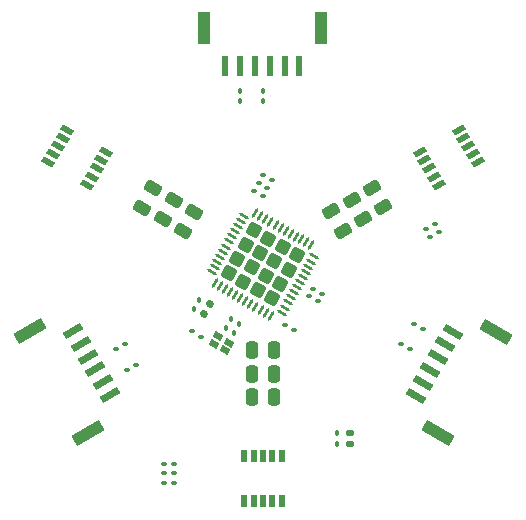
<source format=gbr>
%TF.GenerationSoftware,KiCad,Pcbnew,9.0.6-rc1*%
%TF.CreationDate,2025-10-31T17:35:14+01:00*%
%TF.ProjectId,PCB_BRUSHED,5043425f-4252-4555-9348-45442e6b6963,rev?*%
%TF.SameCoordinates,Original*%
%TF.FileFunction,Paste,Top*%
%TF.FilePolarity,Positive*%
%FSLAX46Y46*%
G04 Gerber Fmt 4.6, Leading zero omitted, Abs format (unit mm)*
G04 Created by KiCad (PCBNEW 9.0.6-rc1) date 2025-10-31 17:35:14*
%MOMM*%
%LPD*%
G01*
G04 APERTURE LIST*
G04 Aperture macros list*
%AMRoundRect*
0 Rectangle with rounded corners*
0 $1 Rounding radius*
0 $2 $3 $4 $5 $6 $7 $8 $9 X,Y pos of 4 corners*
0 Add a 4 corners polygon primitive as box body*
4,1,4,$2,$3,$4,$5,$6,$7,$8,$9,$2,$3,0*
0 Add four circle primitives for the rounded corners*
1,1,$1+$1,$2,$3*
1,1,$1+$1,$4,$5*
1,1,$1+$1,$6,$7*
1,1,$1+$1,$8,$9*
0 Add four rect primitives between the rounded corners*
20,1,$1+$1,$2,$3,$4,$5,0*
20,1,$1+$1,$4,$5,$6,$7,0*
20,1,$1+$1,$6,$7,$8,$9,0*
20,1,$1+$1,$8,$9,$2,$3,0*%
%AMRotRect*
0 Rectangle, with rotation*
0 The origin of the aperture is its center*
0 $1 length*
0 $2 width*
0 $3 Rotation angle, in degrees counterclockwise*
0 Add horizontal line*
21,1,$1,$2,0,0,$3*%
G04 Aperture macros list end*
%ADD10RoundRect,0.090000X-0.165378X-0.008442X0.075378X-0.147442X0.165378X0.008442X-0.075378X0.147442X0*%
%ADD11RoundRect,0.090000X-0.139000X-0.090000X0.139000X-0.090000X0.139000X0.090000X-0.139000X0.090000X0*%
%ADD12RoundRect,0.090000X-0.008442X0.165378X-0.147442X-0.075378X0.008442X-0.165378X0.147442X0.075378X0*%
%ADD13RoundRect,0.250000X0.286362X-0.454006X0.536362X-0.020994X-0.286362X0.454006X-0.536362X0.020994X0*%
%ADD14RoundRect,0.250000X-0.536362X-0.020994X-0.286362X-0.454006X0.536362X0.020994X0.286362X0.454006X0*%
%ADD15RoundRect,0.090000X0.139000X0.090000X-0.139000X0.090000X-0.139000X-0.090000X0.139000X-0.090000X0*%
%ADD16RoundRect,0.090000X-0.075378X-0.147442X0.165378X-0.008442X0.075378X0.147442X-0.165378X0.008442X0*%
%ADD17RotRect,0.500000X1.100000X300.000000*%
%ADD18RotRect,0.600000X1.700000X300.000000*%
%ADD19RotRect,1.000000X2.700000X300.000000*%
%ADD20RoundRect,0.250000X0.250000X0.475000X-0.250000X0.475000X-0.250000X-0.475000X0.250000X-0.475000X0*%
%ADD21RoundRect,0.090000X0.165378X0.008442X-0.075378X0.147442X-0.165378X-0.008442X0.075378X-0.147442X0*%
%ADD22RotRect,0.600000X1.700000X60.000000*%
%ADD23RotRect,1.000000X2.700000X60.000000*%
%ADD24RoundRect,0.090000X0.008442X-0.165378X0.147442X0.075378X-0.008442X0.165378X-0.147442X-0.075378X0*%
%ADD25RoundRect,0.147500X0.075639X-0.213989X0.223139X0.041489X-0.075639X0.213989X-0.223139X-0.041489X0*%
%ADD26RoundRect,0.250000X0.115298X-0.430298X0.430298X0.115298X-0.115298X0.430298X-0.430298X-0.115298X0*%
%ADD27RoundRect,0.062500X-0.133373X-0.356010X0.241627X0.293510X0.133373X0.356010X-0.241627X-0.293510X0*%
%ADD28RoundRect,0.062500X0.293510X-0.241627X0.356010X-0.133373X-0.293510X0.241627X-0.356010X0.133373X0*%
%ADD29RoundRect,0.090000X0.090000X-0.139000X0.090000X0.139000X-0.090000X0.139000X-0.090000X-0.139000X0*%
%ADD30RotRect,0.550000X0.750000X60.000000*%
%ADD31RoundRect,0.090000X0.075378X0.147442X-0.165378X0.008442X-0.075378X-0.147442X0.165378X-0.008442X0*%
%ADD32RoundRect,0.147500X0.172500X-0.147500X0.172500X0.147500X-0.172500X0.147500X-0.172500X-0.147500X0*%
%ADD33R,0.500000X1.100000*%
%ADD34RotRect,0.500000X1.100000X60.000000*%
%ADD35RoundRect,0.090000X-0.090000X0.139000X-0.090000X-0.139000X0.090000X-0.139000X0.090000X0.139000X0*%
%ADD36R,0.600000X1.700000*%
%ADD37R,1.000000X2.700000*%
G04 APERTURE END LIST*
D10*
%TO.C,R18*%
X134275444Y-98083750D03*
X135024556Y-98516250D03*
%TD*%
D11*
%TO.C,C8*%
X121610000Y-113700000D03*
X122475000Y-113700000D03*
%TD*%
D12*
%TO.C,R9*%
X124582500Y-99000888D03*
X124150000Y-99750000D03*
%TD*%
D13*
%TO.C,C36*%
X123228150Y-93187724D03*
X124178150Y-91542276D03*
%TD*%
D14*
%TO.C,C14*%
X139250000Y-89527276D03*
X140200000Y-91172724D03*
%TD*%
D15*
%TO.C,R8*%
X122475000Y-114475000D03*
X121610000Y-114475000D03*
%TD*%
D16*
%TO.C,R21*%
X143800444Y-93041250D03*
X144549556Y-92608750D03*
%TD*%
D17*
%TO.C,J5*%
X146564448Y-84589359D03*
X143273552Y-86489359D03*
X146964448Y-85282180D03*
X143673552Y-87182180D03*
X147364448Y-85975000D03*
X144073552Y-87875000D03*
X147764448Y-86667820D03*
X144473552Y-88567820D03*
X148164448Y-87360641D03*
X144873552Y-89260641D03*
%TD*%
D18*
%TO.C,J9*%
X113932147Y-101643255D03*
X114557147Y-102725786D03*
X115182147Y-103808318D03*
X115807147Y-104890850D03*
X116432147Y-105973382D03*
X117057147Y-107055913D03*
D19*
X110235865Y-101641108D03*
X115210865Y-110258060D03*
%TD*%
D20*
%TO.C,C33*%
X130950000Y-103270000D03*
X129050000Y-103270000D03*
%TD*%
D21*
%TO.C,R20*%
X143549556Y-101491250D03*
X142800444Y-101058750D03*
%TD*%
D16*
%TO.C,R26*%
X118525444Y-104916250D03*
X119274556Y-104483750D03*
%TD*%
D20*
%TO.C,C32*%
X130950000Y-105275000D03*
X129050000Y-105275000D03*
%TD*%
D22*
%TO.C,J3*%
X142934526Y-107116329D03*
X143559526Y-106033798D03*
X144184526Y-104951266D03*
X144809526Y-103868734D03*
X145434526Y-102786202D03*
X146059526Y-101703671D03*
D23*
X144780808Y-110318476D03*
X149755808Y-101701524D03*
%TD*%
D24*
%TO.C,R10*%
X127558750Y-101774556D03*
X127991250Y-101025444D03*
%TD*%
D10*
%TO.C,C9*%
X123975444Y-101683750D03*
X124724556Y-102116250D03*
%TD*%
%TO.C,R16*%
X141663944Y-102733750D03*
X142413056Y-103166250D03*
%TD*%
D25*
%TO.C,D1*%
X124990000Y-100240044D03*
X125475000Y-99400000D03*
%TD*%
D26*
%TO.C,U1*%
X127131347Y-96768653D03*
X128343782Y-97468653D03*
X129556218Y-98168653D03*
X130768653Y-98868653D03*
X127831347Y-95556218D03*
X129043782Y-96256218D03*
X130256218Y-96956218D03*
X131468653Y-97656218D03*
X128531347Y-94343782D03*
X129743782Y-95043782D03*
X130956218Y-95743782D03*
X132168653Y-96443782D03*
X129231347Y-93131347D03*
X130443782Y-93831347D03*
X131656218Y-94531347D03*
X132868653Y-95231347D03*
D27*
X125899680Y-97601962D03*
X126332693Y-97851962D03*
X126765706Y-98101961D03*
X127198718Y-98351962D03*
X127631731Y-98601962D03*
X128064744Y-98851962D03*
X128497756Y-99101962D03*
X128930769Y-99351962D03*
X129363782Y-99601962D03*
X129796794Y-99851962D03*
X130229807Y-100101962D03*
X130662820Y-100351962D03*
D28*
X131601962Y-100100320D03*
X131851962Y-99667307D03*
X132101961Y-99234294D03*
X132351962Y-98801282D03*
X132601962Y-98368269D03*
X132851962Y-97935256D03*
X133101962Y-97502244D03*
X133351962Y-97069231D03*
X133601962Y-96636218D03*
X133851962Y-96203206D03*
X134101962Y-95770193D03*
X134351962Y-95337180D03*
D27*
X134100320Y-94398038D03*
X133667307Y-94148038D03*
X133234294Y-93898039D03*
X132801282Y-93648038D03*
X132368269Y-93398038D03*
X131935256Y-93148038D03*
X131502244Y-92898038D03*
X131069231Y-92648038D03*
X130636218Y-92398038D03*
X130203206Y-92148038D03*
X129770193Y-91898038D03*
X129337180Y-91648038D03*
D28*
X128398038Y-91899680D03*
X128148038Y-92332693D03*
X127898039Y-92765706D03*
X127648038Y-93198718D03*
X127398038Y-93631731D03*
X127148038Y-94064744D03*
X126898038Y-94497756D03*
X126648038Y-94930769D03*
X126398038Y-95363782D03*
X126148038Y-95796794D03*
X125898038Y-96229807D03*
X125648038Y-96662820D03*
%TD*%
D21*
%TO.C,R23*%
X130771651Y-88837500D03*
X130022539Y-88405000D03*
%TD*%
D29*
%TO.C,R6*%
X136300000Y-111175000D03*
X136300000Y-110310000D03*
%TD*%
D30*
%TO.C,Y1*%
X125822372Y-102724520D03*
X126775000Y-103274520D03*
X127150000Y-102625000D03*
X126197372Y-102075000D03*
%TD*%
D29*
%TO.C,R11*%
X130000000Y-82157500D03*
X130000000Y-81292500D03*
%TD*%
D31*
%TO.C,C34*%
X144925000Y-93275000D03*
X144175888Y-93707500D03*
%TD*%
%TO.C,R22*%
X118336056Y-102733750D03*
X117586944Y-103166250D03*
%TD*%
D12*
%TO.C,C17*%
X127291250Y-100625444D03*
X126858750Y-101374556D03*
%TD*%
D10*
%TO.C,R24*%
X131900444Y-101133750D03*
X132649556Y-101566250D03*
%TD*%
D14*
%TO.C,C29*%
X135801190Y-91506492D03*
X136751190Y-93151940D03*
%TD*%
D10*
%TO.C,R17*%
X133900444Y-98708750D03*
X134649556Y-99141250D03*
%TD*%
D32*
%TO.C,LEDRED1*%
X137375000Y-111250000D03*
X137375000Y-110280000D03*
%TD*%
D21*
%TO.C,R12*%
X130374556Y-89541250D03*
X129625444Y-89108750D03*
%TD*%
D11*
%TO.C,R7*%
X121617500Y-112925000D03*
X122482500Y-112925000D03*
%TD*%
D33*
%TO.C,J7*%
X131600000Y-116050000D03*
X131600000Y-112250000D03*
X130800000Y-116050000D03*
X130800000Y-112250000D03*
X130000000Y-116050000D03*
X130000000Y-112250000D03*
X129200000Y-116050000D03*
X129200000Y-112250000D03*
X128400000Y-116050000D03*
X128400000Y-112250000D03*
%TD*%
D13*
%TO.C,C13*%
X119775000Y-91197724D03*
X120725000Y-89552276D03*
%TD*%
D14*
%TO.C,C30*%
X137525000Y-90527276D03*
X138475000Y-92172724D03*
%TD*%
D34*
%TO.C,J8*%
X111835552Y-87360641D03*
X115126448Y-89260641D03*
X112235552Y-86667820D03*
X115526448Y-88567820D03*
X112635552Y-85975000D03*
X115926448Y-87875000D03*
X113035552Y-85282180D03*
X116326448Y-87182180D03*
X113435552Y-84589359D03*
X116726448Y-86489359D03*
%TD*%
D21*
%TO.C,R13*%
X129999556Y-90241250D03*
X129250444Y-89808750D03*
%TD*%
D13*
%TO.C,C37*%
X121500000Y-92197724D03*
X122450000Y-90552276D03*
%TD*%
D35*
%TO.C,R15*%
X128025000Y-81342500D03*
X128025000Y-82207500D03*
%TD*%
D20*
%TO.C,C12*%
X130950000Y-107275000D03*
X129050000Y-107275000D03*
%TD*%
D36*
%TO.C,J1*%
X133075000Y-79201115D03*
X131825000Y-79201115D03*
X130575000Y-79201115D03*
X129325000Y-79201115D03*
X128075000Y-79201115D03*
X126825000Y-79201115D03*
D37*
X134925000Y-76001115D03*
X124975000Y-76001115D03*
%TD*%
M02*

</source>
